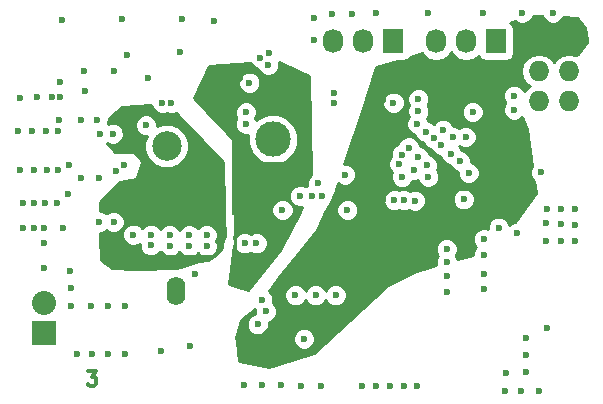
<source format=gbr>
G04 #@! TF.FileFunction,Copper,L3,Inr,Signal*
%FSLAX46Y46*%
G04 Gerber Fmt 4.6, Leading zero omitted, Abs format (unit mm)*
G04 Created by KiCad (PCBNEW 4.0.4-stable) date 05/31/17 00:38:46*
%MOMM*%
%LPD*%
G01*
G04 APERTURE LIST*
%ADD10C,0.100000*%
%ADD11C,0.300000*%
%ADD12C,3.000000*%
%ADD13C,2.500000*%
%ADD14R,2.032000X2.032000*%
%ADD15O,2.032000X2.032000*%
%ADD16R,1.727200X2.032000*%
%ADD17O,1.727200X2.032000*%
%ADD18R,1.727200X1.727200*%
%ADD19O,1.727200X1.727200*%
%ADD20O,1.600000X2.400000*%
%ADD21C,0.600000*%
%ADD22C,0.250000*%
%ADD23C,0.500000*%
%ADD24C,0.254000*%
G04 APERTURE END LIST*
D10*
D11*
X69610001Y-70152857D02*
X70352858Y-70152857D01*
X69952858Y-70610000D01*
X70124286Y-70610000D01*
X70238572Y-70667143D01*
X70295715Y-70724286D01*
X70352858Y-70838571D01*
X70352858Y-71124286D01*
X70295715Y-71238571D01*
X70238572Y-71295714D01*
X70124286Y-71352857D01*
X69781429Y-71352857D01*
X69667143Y-71295714D01*
X69610001Y-71238571D01*
D12*
X85300000Y-50520000D03*
D13*
X76290000Y-51075000D03*
D14*
X65900000Y-66900000D03*
D15*
X65900000Y-64360000D03*
D16*
X104180000Y-42200000D03*
D17*
X101640000Y-42200000D03*
X99100000Y-42200000D03*
D16*
X95480000Y-42200000D03*
D17*
X92940000Y-42200000D03*
X90400000Y-42200000D03*
D18*
X107800000Y-42200000D03*
D19*
X110340000Y-42200000D03*
X107800000Y-44740000D03*
X110340000Y-44740000D03*
X107800000Y-47280000D03*
X110340000Y-47280000D03*
D20*
X77090000Y-63360000D03*
D21*
X74950000Y-59490000D03*
X76570000Y-59550000D03*
X78210000Y-59570000D03*
X79670000Y-59560000D03*
X79670000Y-58610000D03*
X78190000Y-58620000D03*
X76550000Y-58620000D03*
X74950000Y-58580000D03*
X73470000Y-58580000D03*
X98440000Y-53680000D03*
X96220000Y-53710000D03*
X89430000Y-55290000D03*
X88560000Y-55300000D03*
X87560000Y-55300000D03*
X74550000Y-49320000D03*
X103170000Y-63220000D03*
X103170000Y-61870000D03*
X103150000Y-60330000D03*
X103150000Y-58960000D03*
X72800000Y-64650000D03*
X71310000Y-64650000D03*
X69930000Y-64650000D03*
X72800000Y-68660000D03*
X71360000Y-68660000D03*
X70010000Y-68680000D03*
X68680000Y-68650000D03*
X68180000Y-64630000D03*
X68180000Y-63130000D03*
X68110000Y-61680000D03*
X89320000Y-71360000D03*
X87690000Y-71380000D03*
X86000000Y-71330000D03*
X84400000Y-71320000D03*
X82860000Y-71310000D03*
X71750000Y-50020000D03*
X70660000Y-50020000D03*
X67130000Y-49840000D03*
X67270000Y-45670000D03*
X101600000Y-50300000D03*
X99700000Y-49700000D03*
X100500000Y-50300000D03*
X84200000Y-43600000D03*
X84900000Y-44200000D03*
X84970000Y-43210000D03*
X90500000Y-47470000D03*
X80340000Y-40480000D03*
X71800000Y-44700000D03*
X105700000Y-48000000D03*
X105700000Y-46800000D03*
X109000000Y-39800000D03*
X106400000Y-39800000D03*
X98400000Y-39800000D03*
X103046000Y-39800000D03*
X88800000Y-42100000D03*
X90500000Y-46600000D03*
X94000000Y-39800000D03*
X92000000Y-39900000D03*
X90300000Y-39900000D03*
X88800000Y-40200000D03*
X69400000Y-46400000D03*
X77600000Y-40300000D03*
X67400000Y-40400000D03*
X72500000Y-40300000D03*
X69300000Y-44700000D03*
X109700000Y-57700000D03*
X108425000Y-57600000D03*
X108400000Y-59100000D03*
X109700000Y-59100000D03*
X110900000Y-59100000D03*
X110900000Y-57800000D03*
X110900000Y-56400000D03*
X109700000Y-56400000D03*
X108500000Y-56400000D03*
X100000000Y-63400000D03*
X100000000Y-62100000D03*
X100000000Y-60900000D03*
X100000000Y-59800000D03*
X108500000Y-66500000D03*
X106700000Y-67300000D03*
X106700000Y-68800000D03*
X106700000Y-70200000D03*
X107800000Y-71800000D03*
X106300000Y-71800000D03*
X104900000Y-71800000D03*
X97500000Y-71400000D03*
X96400000Y-71400000D03*
X95200000Y-71400000D03*
X94000000Y-71400000D03*
X92800000Y-71400000D03*
X82900000Y-59300000D03*
X83900000Y-59300000D03*
X78725000Y-61900000D03*
X88900000Y-63700000D03*
X90600000Y-63700000D03*
X87200000Y-63700000D03*
X78300000Y-68000000D03*
X71800000Y-57500000D03*
X70600000Y-57500000D03*
X67200000Y-48900000D03*
X97240000Y-53080000D03*
X98300000Y-52700000D03*
X97600000Y-52000000D03*
X96800000Y-51200000D03*
X96200000Y-51800000D03*
X99540000Y-50990000D03*
X98890000Y-50410000D03*
X98230000Y-49870000D03*
X97600000Y-47100000D03*
X97600000Y-48100000D03*
X97530000Y-49190000D03*
X68000000Y-52710000D03*
X72700000Y-52700000D03*
X67120000Y-53120000D03*
X66200000Y-53120000D03*
X63910000Y-53090000D03*
X65060000Y-53120000D03*
X66100000Y-49780000D03*
X64930000Y-49780000D03*
X63700000Y-49790000D03*
X96000000Y-52600000D03*
X74700000Y-45325000D03*
X65100000Y-58000000D03*
X64100000Y-58000000D03*
X65900000Y-58000000D03*
X67500000Y-58000000D03*
X65900000Y-59300000D03*
X65900000Y-61400000D03*
X67300000Y-46950000D03*
X66550000Y-46950000D03*
X65300000Y-46950000D03*
X63880000Y-47000000D03*
X72000000Y-53200000D03*
X70600000Y-53800000D03*
X69000000Y-53800000D03*
X67900000Y-55100000D03*
X64100000Y-55900000D03*
X67000000Y-55900000D03*
X66000000Y-55900000D03*
X65100000Y-55900000D03*
X70400000Y-48900000D03*
X69000000Y-48900000D03*
X101440000Y-55580000D03*
X108000000Y-53300000D03*
X102200000Y-48200000D03*
X95500000Y-47400000D03*
X80700000Y-55600000D03*
X80990000Y-58630000D03*
X71300000Y-59200000D03*
X89100000Y-54199999D03*
X72800000Y-49700000D03*
X78000000Y-54300000D03*
X74200000Y-55600000D03*
X74200000Y-48200000D03*
X82050000Y-62600000D03*
X86050000Y-48180000D03*
X84550000Y-48160000D03*
X82500000Y-45300000D03*
X85700000Y-53000000D03*
X84200000Y-52700000D03*
X88100000Y-52700000D03*
X80000000Y-47900000D03*
X83100000Y-52700000D03*
X82050000Y-56700000D03*
X84300000Y-67390000D03*
X88040000Y-64810000D03*
X101500000Y-58700000D03*
X103400000Y-46700000D03*
X94645863Y-55654137D03*
X94645863Y-47202849D03*
X92800000Y-56300000D03*
X91400000Y-59700000D03*
X102800000Y-54200000D03*
X75800000Y-68400000D03*
X105000000Y-70300000D03*
X95566000Y-55664000D03*
X76700000Y-47400000D03*
X83300000Y-45700000D03*
X105990000Y-58400000D03*
X104400000Y-58000000D03*
X91400000Y-53500000D03*
X96366003Y-55664000D03*
X75900000Y-47400000D03*
X91600000Y-56500000D03*
X86100000Y-56500000D03*
X101867722Y-53352199D03*
X87930000Y-67400000D03*
X101130000Y-52350000D03*
X83990000Y-66180000D03*
X100360000Y-51710000D03*
X84680000Y-65070000D03*
X83000000Y-48200000D03*
X77400000Y-43100000D03*
X72900000Y-43400000D03*
X83000000Y-49200000D03*
X84380000Y-64090000D03*
X97330000Y-55690000D03*
D22*
X80990000Y-57440000D02*
X80700000Y-57150000D01*
X80700000Y-57150000D02*
X80700000Y-55600000D01*
X80990000Y-58630000D02*
X80990000Y-57440000D01*
X78580000Y-52380000D02*
X78580000Y-50280000D01*
X78580000Y-50280000D02*
X77020000Y-48720000D01*
X78000000Y-52960000D02*
X78580000Y-52380000D01*
X78000000Y-54300000D02*
X78000000Y-52960000D01*
X80700000Y-55600000D02*
X74200000Y-55600000D01*
X80700000Y-55600000D02*
X79300000Y-55600000D01*
X79300000Y-55600000D02*
X78000000Y-54300000D01*
X71300000Y-59200000D02*
X72500000Y-60400000D01*
X80990000Y-59680000D02*
X80990000Y-58630000D01*
X72500000Y-60400000D02*
X80270000Y-60400000D01*
X80270000Y-60400000D02*
X80990000Y-59680000D01*
X75360000Y-48499999D02*
X76289999Y-48499999D01*
X74634264Y-48210000D02*
X75070001Y-48210000D01*
X75070001Y-48210000D02*
X75360000Y-48499999D01*
X74200000Y-48200000D02*
X74624264Y-48200000D01*
X74624264Y-48200000D02*
X74634264Y-48210000D01*
X76289999Y-48499999D02*
X76510000Y-48720000D01*
X76510000Y-48720000D02*
X77020000Y-48720000D01*
X74200000Y-55600000D02*
X74624264Y-55600000D01*
X74200000Y-48200000D02*
X74200000Y-48300000D01*
X74200000Y-48300000D02*
X72800000Y-49700000D01*
X82050000Y-62600000D02*
X82050000Y-62175736D01*
X82050000Y-62175736D02*
X82050000Y-56700000D01*
X80940000Y-46860000D02*
X83250000Y-46860000D01*
X83250000Y-46860000D02*
X83839999Y-47449999D01*
D23*
X80000000Y-47800000D02*
X80430000Y-47370000D01*
X80430000Y-47370000D02*
X80940000Y-46860000D01*
X84550000Y-48160000D02*
X83839999Y-47449999D01*
X86050000Y-48180000D02*
X84570000Y-48180000D01*
X84570000Y-48180000D02*
X84550000Y-48160000D01*
X80940000Y-46860000D02*
X82500000Y-45300000D01*
X80000000Y-47900000D02*
X80000000Y-47800000D01*
X82050000Y-51200000D02*
X82050000Y-49950000D01*
X82050000Y-49950000D02*
X80000000Y-47900000D01*
X82050000Y-56700000D02*
X82050000Y-51260002D01*
X88100000Y-52700000D02*
X84200000Y-52700000D01*
X83100000Y-52700000D02*
X85400000Y-52700000D01*
X85400000Y-52700000D02*
X85700000Y-53000000D01*
X82050000Y-56700000D02*
X82050000Y-53750000D01*
X82050000Y-53750000D02*
X83100000Y-52700000D01*
X94645863Y-54670000D02*
X94645863Y-51500000D01*
X94645863Y-55654137D02*
X94645863Y-54670000D01*
D22*
X94645863Y-54670000D02*
X102330000Y-54670000D01*
X102330000Y-54670000D02*
X102800000Y-54200000D01*
X93550000Y-48270000D02*
X93550000Y-50404137D01*
X93550000Y-50404137D02*
X94645863Y-51500000D01*
X94317152Y-47502848D02*
X93550000Y-48270000D01*
X94645863Y-47202849D02*
X94345864Y-47502848D01*
X94345864Y-47502848D02*
X94317152Y-47502848D01*
X92600000Y-63800000D02*
X92600000Y-60900000D01*
X92600000Y-60900000D02*
X91400000Y-59700000D01*
X91590000Y-64810000D02*
X92600000Y-63800000D01*
X88040000Y-64810000D02*
X91590000Y-64810000D01*
D23*
X92800000Y-56300000D02*
X94000000Y-56300000D01*
X94000000Y-56300000D02*
X94645863Y-55654137D01*
X91400000Y-59700000D02*
X92800000Y-58300000D01*
X92800000Y-58300000D02*
X92800000Y-56300000D01*
X88040000Y-64810000D02*
X86880000Y-64810000D01*
X86880000Y-64810000D02*
X84300000Y-67390000D01*
D22*
X108913600Y-42200000D02*
X109270000Y-42200000D01*
X109270000Y-42200000D02*
X110340000Y-42200000D01*
X107800000Y-42200000D02*
X109270000Y-42200000D01*
X102800000Y-54200000D02*
X102800000Y-57400000D01*
X102800000Y-57400000D02*
X101500000Y-58700000D01*
X103400000Y-46700000D02*
X107800000Y-42300000D01*
X103400000Y-53600000D02*
X103400000Y-46700000D01*
X102800000Y-54200000D02*
X103400000Y-53600000D01*
D24*
G36*
X108107029Y-40087277D02*
X108206883Y-40328943D01*
X108469673Y-40592192D01*
X108813201Y-40734838D01*
X109185167Y-40735162D01*
X109528943Y-40593117D01*
X109792192Y-40330327D01*
X109857154Y-40173881D01*
X111001438Y-40230505D01*
X111162126Y-40337874D01*
X111671857Y-41100740D01*
X111879243Y-42138609D01*
X111890000Y-42164515D01*
X111890000Y-42294705D01*
X111118735Y-43297350D01*
X110961877Y-43368189D01*
X110942848Y-43355474D01*
X110369359Y-43241400D01*
X110310641Y-43241400D01*
X109737152Y-43355474D01*
X109250971Y-43680330D01*
X109070000Y-43951172D01*
X108889029Y-43680330D01*
X108402848Y-43355474D01*
X107829359Y-43241400D01*
X107770641Y-43241400D01*
X107197152Y-43355474D01*
X106710971Y-43680330D01*
X106386115Y-44166511D01*
X106272041Y-44740000D01*
X106386115Y-45313489D01*
X106710971Y-45799670D01*
X107025752Y-46010000D01*
X106710971Y-46220330D01*
X106563408Y-46441174D01*
X106493117Y-46271057D01*
X106230327Y-46007808D01*
X105886799Y-45865162D01*
X105514833Y-45864838D01*
X105171057Y-46006883D01*
X104907808Y-46269673D01*
X104765162Y-46613201D01*
X104764838Y-46985167D01*
X104906883Y-47328943D01*
X104977710Y-47399893D01*
X104907808Y-47469673D01*
X104765162Y-47813201D01*
X104764838Y-48185167D01*
X104906883Y-48528943D01*
X105169673Y-48792192D01*
X105513201Y-48934838D01*
X105885167Y-48935162D01*
X106228943Y-48793117D01*
X106391267Y-48631076D01*
X106776432Y-49632505D01*
X107237447Y-52740086D01*
X107207808Y-52769673D01*
X107065162Y-53113201D01*
X107064838Y-53485167D01*
X107206883Y-53828943D01*
X107432511Y-54054965D01*
X107576663Y-55026655D01*
X105756334Y-57484877D01*
X105461057Y-57606883D01*
X105311094Y-57756584D01*
X105193117Y-57471057D01*
X104930327Y-57207808D01*
X104586799Y-57065162D01*
X104214833Y-57064838D01*
X103871057Y-57206883D01*
X103607808Y-57469673D01*
X103465162Y-57813201D01*
X103464931Y-58078367D01*
X103336799Y-58025162D01*
X102964833Y-58024838D01*
X102621057Y-58166883D01*
X102357808Y-58429673D01*
X102215162Y-58773201D01*
X102214838Y-59145167D01*
X102356883Y-59488943D01*
X102512709Y-59645042D01*
X102357808Y-59799673D01*
X102215162Y-60143201D01*
X102215060Y-60259982D01*
X100908387Y-60650033D01*
X100793117Y-60371057D01*
X100772290Y-60350194D01*
X100792192Y-60330327D01*
X100934838Y-59986799D01*
X100935162Y-59614833D01*
X100793117Y-59271057D01*
X100530327Y-59007808D01*
X100186799Y-58865162D01*
X99814833Y-58864838D01*
X99471057Y-59006883D01*
X99207808Y-59269673D01*
X99065162Y-59613201D01*
X99064838Y-59985167D01*
X99206883Y-60328943D01*
X99227710Y-60349806D01*
X99207808Y-60369673D01*
X99065162Y-60713201D01*
X99064838Y-61085167D01*
X99107204Y-61187700D01*
X97463673Y-61678306D01*
X97446683Y-61684734D01*
X95176683Y-62734734D01*
X95144534Y-62756061D01*
X88735163Y-68587293D01*
X84992030Y-69769335D01*
X82377857Y-69282755D01*
X82224993Y-67585167D01*
X86994838Y-67585167D01*
X87136883Y-67928943D01*
X87399673Y-68192192D01*
X87743201Y-68334838D01*
X88115167Y-68335162D01*
X88458943Y-68193117D01*
X88722192Y-67930327D01*
X88864838Y-67586799D01*
X88865162Y-67214833D01*
X88723117Y-66871057D01*
X88460327Y-66607808D01*
X88116799Y-66465162D01*
X87744833Y-66464838D01*
X87401057Y-66606883D01*
X87137808Y-66869673D01*
X86995162Y-67213201D01*
X86994838Y-67585167D01*
X82224993Y-67585167D01*
X82198534Y-67291335D01*
X82611317Y-65774598D01*
X83745145Y-64902423D01*
X83744838Y-65255167D01*
X83749942Y-65267519D01*
X83461057Y-65386883D01*
X83197808Y-65649673D01*
X83055162Y-65993201D01*
X83054838Y-66365167D01*
X83196883Y-66708943D01*
X83459673Y-66972192D01*
X83803201Y-67114838D01*
X84175167Y-67115162D01*
X84518943Y-66973117D01*
X84782192Y-66710327D01*
X84924838Y-66366799D01*
X84925162Y-65994833D01*
X84920058Y-65982481D01*
X85208943Y-65863117D01*
X85472192Y-65600327D01*
X85614838Y-65256799D01*
X85615162Y-64884833D01*
X85473117Y-64541057D01*
X85283840Y-64351450D01*
X85314838Y-64276799D01*
X85315162Y-63904833D01*
X85307037Y-63885167D01*
X86264838Y-63885167D01*
X86406883Y-64228943D01*
X86669673Y-64492192D01*
X87013201Y-64634838D01*
X87385167Y-64635162D01*
X87728943Y-64493117D01*
X87992192Y-64230327D01*
X88049966Y-64091193D01*
X88106883Y-64228943D01*
X88369673Y-64492192D01*
X88713201Y-64634838D01*
X89085167Y-64635162D01*
X89428943Y-64493117D01*
X89692192Y-64230327D01*
X89749966Y-64091193D01*
X89806883Y-64228943D01*
X90069673Y-64492192D01*
X90413201Y-64634838D01*
X90785167Y-64635162D01*
X91128943Y-64493117D01*
X91392192Y-64230327D01*
X91534838Y-63886799D01*
X91535162Y-63514833D01*
X91393117Y-63171057D01*
X91130327Y-62907808D01*
X90786799Y-62765162D01*
X90414833Y-62764838D01*
X90071057Y-62906883D01*
X89807808Y-63169673D01*
X89750034Y-63308807D01*
X89693117Y-63171057D01*
X89430327Y-62907808D01*
X89086799Y-62765162D01*
X88714833Y-62764838D01*
X88371057Y-62906883D01*
X88107808Y-63169673D01*
X88050034Y-63308807D01*
X87993117Y-63171057D01*
X87730327Y-62907808D01*
X87386799Y-62765162D01*
X87014833Y-62764838D01*
X86671057Y-62906883D01*
X86407808Y-63169673D01*
X86265162Y-63513201D01*
X86264838Y-63885167D01*
X85307037Y-63885167D01*
X85173117Y-63561057D01*
X84951693Y-63339247D01*
X85801147Y-62176836D01*
X87299209Y-60279291D01*
X88998710Y-58179908D01*
X89014172Y-58155622D01*
X89730547Y-56685167D01*
X90664838Y-56685167D01*
X90806883Y-57028943D01*
X91069673Y-57292192D01*
X91413201Y-57434838D01*
X91785167Y-57435162D01*
X92128943Y-57293117D01*
X92392192Y-57030327D01*
X92534838Y-56686799D01*
X92535162Y-56314833D01*
X92393117Y-55971057D01*
X92271440Y-55849167D01*
X94630838Y-55849167D01*
X94772883Y-56192943D01*
X95035673Y-56456192D01*
X95379201Y-56598838D01*
X95751167Y-56599162D01*
X95966106Y-56510351D01*
X96179204Y-56598838D01*
X96551170Y-56599162D01*
X96816924Y-56489355D01*
X97143201Y-56624838D01*
X97515167Y-56625162D01*
X97858943Y-56483117D01*
X98122192Y-56220327D01*
X98264838Y-55876799D01*
X98264935Y-55765167D01*
X100504838Y-55765167D01*
X100646883Y-56108943D01*
X100909673Y-56372192D01*
X101253201Y-56514838D01*
X101625167Y-56515162D01*
X101968943Y-56373117D01*
X102232192Y-56110327D01*
X102374838Y-55766799D01*
X102375162Y-55394833D01*
X102233117Y-55051057D01*
X101970327Y-54787808D01*
X101626799Y-54645162D01*
X101254833Y-54644838D01*
X100911057Y-54786883D01*
X100647808Y-55049673D01*
X100505162Y-55393201D01*
X100504838Y-55765167D01*
X98264935Y-55765167D01*
X98265162Y-55504833D01*
X98123117Y-55161057D01*
X97860327Y-54897808D01*
X97516799Y-54755162D01*
X97144833Y-54754838D01*
X96879079Y-54864645D01*
X96552802Y-54729162D01*
X96180836Y-54728838D01*
X95965897Y-54817649D01*
X95752799Y-54729162D01*
X95380833Y-54728838D01*
X95037057Y-54870883D01*
X94773808Y-55133673D01*
X94631162Y-55477201D01*
X94630838Y-55849167D01*
X92271440Y-55849167D01*
X92130327Y-55707808D01*
X91786799Y-55565162D01*
X91414833Y-55564838D01*
X91071057Y-55706883D01*
X90807808Y-55969673D01*
X90665162Y-56313201D01*
X90664838Y-56685167D01*
X89730547Y-56685167D01*
X90085310Y-55956970D01*
X90222192Y-55820327D01*
X90364838Y-55476799D01*
X90364920Y-55383035D01*
X90534172Y-55035622D01*
X90540751Y-55019346D01*
X90800325Y-54222723D01*
X90869673Y-54292192D01*
X91213201Y-54434838D01*
X91585167Y-54435162D01*
X91928943Y-54293117D01*
X92192192Y-54030327D01*
X92334838Y-53686799D01*
X92335162Y-53314833D01*
X92193117Y-52971057D01*
X92007552Y-52785167D01*
X95064838Y-52785167D01*
X95206883Y-53128943D01*
X95377784Y-53300143D01*
X95285162Y-53523201D01*
X95284838Y-53895167D01*
X95426883Y-54238943D01*
X95689673Y-54502192D01*
X96033201Y-54644838D01*
X96405167Y-54645162D01*
X96748943Y-54503117D01*
X97012192Y-54240327D01*
X97105805Y-54014884D01*
X97425167Y-54015162D01*
X97546158Y-53965170D01*
X97646883Y-54208943D01*
X97909673Y-54472192D01*
X98253201Y-54614838D01*
X98625167Y-54615162D01*
X98968943Y-54473117D01*
X99232192Y-54210327D01*
X99374838Y-53866799D01*
X99375162Y-53494833D01*
X99233117Y-53151057D01*
X99156837Y-53074644D01*
X99234838Y-52886799D01*
X99235162Y-52514833D01*
X99093117Y-52171057D01*
X98830327Y-51907808D01*
X98520404Y-51779116D01*
X98393117Y-51471057D01*
X98130327Y-51207808D01*
X97786799Y-51065162D01*
X97735118Y-51065117D01*
X97735162Y-51014833D01*
X97593117Y-50671057D01*
X97330327Y-50407808D01*
X96986799Y-50265162D01*
X96614833Y-50264838D01*
X96271057Y-50406883D01*
X96007808Y-50669673D01*
X95908529Y-50908762D01*
X95671057Y-51006883D01*
X95407808Y-51269673D01*
X95265162Y-51613201D01*
X95264838Y-51985167D01*
X95272905Y-52004690D01*
X95207808Y-52069673D01*
X95065162Y-52413201D01*
X95064838Y-52785167D01*
X92007552Y-52785167D01*
X91930327Y-52707808D01*
X91586799Y-52565162D01*
X91340499Y-52564947D01*
X92379865Y-49375167D01*
X96594838Y-49375167D01*
X96736883Y-49718943D01*
X96999673Y-49982192D01*
X97319571Y-50115026D01*
X97436883Y-50398943D01*
X97699673Y-50662192D01*
X98041114Y-50803971D01*
X98096883Y-50938943D01*
X98359673Y-51202192D01*
X98669092Y-51330675D01*
X98746883Y-51518943D01*
X99009673Y-51782192D01*
X99353201Y-51924838D01*
X99437128Y-51924911D01*
X99566883Y-52238943D01*
X99829673Y-52502192D01*
X100173201Y-52644838D01*
X100240177Y-52644896D01*
X100336883Y-52878943D01*
X100599673Y-53142192D01*
X100932784Y-53280512D01*
X100932560Y-53537366D01*
X101074605Y-53881142D01*
X101337395Y-54144391D01*
X101680923Y-54287037D01*
X102052889Y-54287361D01*
X102396665Y-54145316D01*
X102659914Y-53882526D01*
X102802560Y-53538998D01*
X102802884Y-53167032D01*
X102660839Y-52823256D01*
X102398049Y-52560007D01*
X102064938Y-52421687D01*
X102065162Y-52164833D01*
X101923117Y-51821057D01*
X101660327Y-51557808D01*
X101316799Y-51415162D01*
X101249823Y-51415104D01*
X101153117Y-51181057D01*
X101047168Y-51074923D01*
X101049806Y-51072290D01*
X101069673Y-51092192D01*
X101413201Y-51234838D01*
X101785167Y-51235162D01*
X102128943Y-51093117D01*
X102392192Y-50830327D01*
X102534838Y-50486799D01*
X102535162Y-50114833D01*
X102393117Y-49771057D01*
X102130327Y-49507808D01*
X101786799Y-49365162D01*
X101414833Y-49364838D01*
X101071057Y-49506883D01*
X101050194Y-49527710D01*
X101030327Y-49507808D01*
X100686799Y-49365162D01*
X100573278Y-49365063D01*
X100493117Y-49171057D01*
X100230327Y-48907808D01*
X99886799Y-48765162D01*
X99514833Y-48764838D01*
X99171057Y-48906883D01*
X98907808Y-49169673D01*
X98891423Y-49209133D01*
X98760327Y-49077808D01*
X98440429Y-48944974D01*
X98334299Y-48688119D01*
X98392192Y-48630327D01*
X98493991Y-48385167D01*
X101264838Y-48385167D01*
X101406883Y-48728943D01*
X101669673Y-48992192D01*
X102013201Y-49134838D01*
X102385167Y-49135162D01*
X102728943Y-48993117D01*
X102992192Y-48730327D01*
X103134838Y-48386799D01*
X103135162Y-48014833D01*
X102993117Y-47671057D01*
X102730327Y-47407808D01*
X102386799Y-47265162D01*
X102014833Y-47264838D01*
X101671057Y-47406883D01*
X101407808Y-47669673D01*
X101265162Y-48013201D01*
X101264838Y-48385167D01*
X98493991Y-48385167D01*
X98534838Y-48286799D01*
X98535162Y-47914833D01*
X98404931Y-47599649D01*
X98534838Y-47286799D01*
X98535162Y-46914833D01*
X98393117Y-46571057D01*
X98130327Y-46307808D01*
X97786799Y-46165162D01*
X97414833Y-46164838D01*
X97071057Y-46306883D01*
X96807808Y-46569673D01*
X96665162Y-46913201D01*
X96664838Y-47285167D01*
X96795069Y-47600351D01*
X96665162Y-47913201D01*
X96664838Y-48285167D01*
X96795701Y-48601881D01*
X96737808Y-48659673D01*
X96595162Y-49003201D01*
X96594838Y-49375167D01*
X92379865Y-49375167D01*
X92963124Y-47585167D01*
X94564838Y-47585167D01*
X94706883Y-47928943D01*
X94969673Y-48192192D01*
X95313201Y-48334838D01*
X95685167Y-48335162D01*
X96028943Y-48193117D01*
X96292192Y-47930327D01*
X96434838Y-47586799D01*
X96435162Y-47214833D01*
X96293117Y-46871057D01*
X96030327Y-46607808D01*
X95686799Y-46465162D01*
X95314833Y-46464838D01*
X94971057Y-46606883D01*
X94707808Y-46869673D01*
X94565162Y-47213201D01*
X94564838Y-47585167D01*
X92963124Y-47585167D01*
X94000228Y-44402331D01*
X95778568Y-43863440D01*
X96343600Y-43863440D01*
X96578917Y-43819162D01*
X96795041Y-43680090D01*
X96902469Y-43522864D01*
X97892324Y-43222908D01*
X98040330Y-43444415D01*
X98526511Y-43769271D01*
X99100000Y-43883345D01*
X99673489Y-43769271D01*
X100159670Y-43444415D01*
X100370000Y-43129634D01*
X100580330Y-43444415D01*
X101066511Y-43769271D01*
X101640000Y-43883345D01*
X102213489Y-43769271D01*
X102699670Y-43444415D01*
X102709243Y-43430087D01*
X102713238Y-43451317D01*
X102852310Y-43667441D01*
X103064510Y-43812431D01*
X103316400Y-43863440D01*
X105043600Y-43863440D01*
X105278917Y-43819162D01*
X105495041Y-43680090D01*
X105640031Y-43467890D01*
X105691040Y-43216000D01*
X105691040Y-41184000D01*
X105646762Y-40948683D01*
X105507690Y-40732559D01*
X105401459Y-40659975D01*
X105761825Y-40484156D01*
X105869673Y-40592192D01*
X106213201Y-40734838D01*
X106585167Y-40735162D01*
X106928943Y-40593117D01*
X107192192Y-40330327D01*
X107309503Y-40047812D01*
X108107029Y-40087277D01*
X108107029Y-40087277D01*
G37*
X108107029Y-40087277D02*
X108206883Y-40328943D01*
X108469673Y-40592192D01*
X108813201Y-40734838D01*
X109185167Y-40735162D01*
X109528943Y-40593117D01*
X109792192Y-40330327D01*
X109857154Y-40173881D01*
X111001438Y-40230505D01*
X111162126Y-40337874D01*
X111671857Y-41100740D01*
X111879243Y-42138609D01*
X111890000Y-42164515D01*
X111890000Y-42294705D01*
X111118735Y-43297350D01*
X110961877Y-43368189D01*
X110942848Y-43355474D01*
X110369359Y-43241400D01*
X110310641Y-43241400D01*
X109737152Y-43355474D01*
X109250971Y-43680330D01*
X109070000Y-43951172D01*
X108889029Y-43680330D01*
X108402848Y-43355474D01*
X107829359Y-43241400D01*
X107770641Y-43241400D01*
X107197152Y-43355474D01*
X106710971Y-43680330D01*
X106386115Y-44166511D01*
X106272041Y-44740000D01*
X106386115Y-45313489D01*
X106710971Y-45799670D01*
X107025752Y-46010000D01*
X106710971Y-46220330D01*
X106563408Y-46441174D01*
X106493117Y-46271057D01*
X106230327Y-46007808D01*
X105886799Y-45865162D01*
X105514833Y-45864838D01*
X105171057Y-46006883D01*
X104907808Y-46269673D01*
X104765162Y-46613201D01*
X104764838Y-46985167D01*
X104906883Y-47328943D01*
X104977710Y-47399893D01*
X104907808Y-47469673D01*
X104765162Y-47813201D01*
X104764838Y-48185167D01*
X104906883Y-48528943D01*
X105169673Y-48792192D01*
X105513201Y-48934838D01*
X105885167Y-48935162D01*
X106228943Y-48793117D01*
X106391267Y-48631076D01*
X106776432Y-49632505D01*
X107237447Y-52740086D01*
X107207808Y-52769673D01*
X107065162Y-53113201D01*
X107064838Y-53485167D01*
X107206883Y-53828943D01*
X107432511Y-54054965D01*
X107576663Y-55026655D01*
X105756334Y-57484877D01*
X105461057Y-57606883D01*
X105311094Y-57756584D01*
X105193117Y-57471057D01*
X104930327Y-57207808D01*
X104586799Y-57065162D01*
X104214833Y-57064838D01*
X103871057Y-57206883D01*
X103607808Y-57469673D01*
X103465162Y-57813201D01*
X103464931Y-58078367D01*
X103336799Y-58025162D01*
X102964833Y-58024838D01*
X102621057Y-58166883D01*
X102357808Y-58429673D01*
X102215162Y-58773201D01*
X102214838Y-59145167D01*
X102356883Y-59488943D01*
X102512709Y-59645042D01*
X102357808Y-59799673D01*
X102215162Y-60143201D01*
X102215060Y-60259982D01*
X100908387Y-60650033D01*
X100793117Y-60371057D01*
X100772290Y-60350194D01*
X100792192Y-60330327D01*
X100934838Y-59986799D01*
X100935162Y-59614833D01*
X100793117Y-59271057D01*
X100530327Y-59007808D01*
X100186799Y-58865162D01*
X99814833Y-58864838D01*
X99471057Y-59006883D01*
X99207808Y-59269673D01*
X99065162Y-59613201D01*
X99064838Y-59985167D01*
X99206883Y-60328943D01*
X99227710Y-60349806D01*
X99207808Y-60369673D01*
X99065162Y-60713201D01*
X99064838Y-61085167D01*
X99107204Y-61187700D01*
X97463673Y-61678306D01*
X97446683Y-61684734D01*
X95176683Y-62734734D01*
X95144534Y-62756061D01*
X88735163Y-68587293D01*
X84992030Y-69769335D01*
X82377857Y-69282755D01*
X82224993Y-67585167D01*
X86994838Y-67585167D01*
X87136883Y-67928943D01*
X87399673Y-68192192D01*
X87743201Y-68334838D01*
X88115167Y-68335162D01*
X88458943Y-68193117D01*
X88722192Y-67930327D01*
X88864838Y-67586799D01*
X88865162Y-67214833D01*
X88723117Y-66871057D01*
X88460327Y-66607808D01*
X88116799Y-66465162D01*
X87744833Y-66464838D01*
X87401057Y-66606883D01*
X87137808Y-66869673D01*
X86995162Y-67213201D01*
X86994838Y-67585167D01*
X82224993Y-67585167D01*
X82198534Y-67291335D01*
X82611317Y-65774598D01*
X83745145Y-64902423D01*
X83744838Y-65255167D01*
X83749942Y-65267519D01*
X83461057Y-65386883D01*
X83197808Y-65649673D01*
X83055162Y-65993201D01*
X83054838Y-66365167D01*
X83196883Y-66708943D01*
X83459673Y-66972192D01*
X83803201Y-67114838D01*
X84175167Y-67115162D01*
X84518943Y-66973117D01*
X84782192Y-66710327D01*
X84924838Y-66366799D01*
X84925162Y-65994833D01*
X84920058Y-65982481D01*
X85208943Y-65863117D01*
X85472192Y-65600327D01*
X85614838Y-65256799D01*
X85615162Y-64884833D01*
X85473117Y-64541057D01*
X85283840Y-64351450D01*
X85314838Y-64276799D01*
X85315162Y-63904833D01*
X85307037Y-63885167D01*
X86264838Y-63885167D01*
X86406883Y-64228943D01*
X86669673Y-64492192D01*
X87013201Y-64634838D01*
X87385167Y-64635162D01*
X87728943Y-64493117D01*
X87992192Y-64230327D01*
X88049966Y-64091193D01*
X88106883Y-64228943D01*
X88369673Y-64492192D01*
X88713201Y-64634838D01*
X89085167Y-64635162D01*
X89428943Y-64493117D01*
X89692192Y-64230327D01*
X89749966Y-64091193D01*
X89806883Y-64228943D01*
X90069673Y-64492192D01*
X90413201Y-64634838D01*
X90785167Y-64635162D01*
X91128943Y-64493117D01*
X91392192Y-64230327D01*
X91534838Y-63886799D01*
X91535162Y-63514833D01*
X91393117Y-63171057D01*
X91130327Y-62907808D01*
X90786799Y-62765162D01*
X90414833Y-62764838D01*
X90071057Y-62906883D01*
X89807808Y-63169673D01*
X89750034Y-63308807D01*
X89693117Y-63171057D01*
X89430327Y-62907808D01*
X89086799Y-62765162D01*
X88714833Y-62764838D01*
X88371057Y-62906883D01*
X88107808Y-63169673D01*
X88050034Y-63308807D01*
X87993117Y-63171057D01*
X87730327Y-62907808D01*
X87386799Y-62765162D01*
X87014833Y-62764838D01*
X86671057Y-62906883D01*
X86407808Y-63169673D01*
X86265162Y-63513201D01*
X86264838Y-63885167D01*
X85307037Y-63885167D01*
X85173117Y-63561057D01*
X84951693Y-63339247D01*
X85801147Y-62176836D01*
X87299209Y-60279291D01*
X88998710Y-58179908D01*
X89014172Y-58155622D01*
X89730547Y-56685167D01*
X90664838Y-56685167D01*
X90806883Y-57028943D01*
X91069673Y-57292192D01*
X91413201Y-57434838D01*
X91785167Y-57435162D01*
X92128943Y-57293117D01*
X92392192Y-57030327D01*
X92534838Y-56686799D01*
X92535162Y-56314833D01*
X92393117Y-55971057D01*
X92271440Y-55849167D01*
X94630838Y-55849167D01*
X94772883Y-56192943D01*
X95035673Y-56456192D01*
X95379201Y-56598838D01*
X95751167Y-56599162D01*
X95966106Y-56510351D01*
X96179204Y-56598838D01*
X96551170Y-56599162D01*
X96816924Y-56489355D01*
X97143201Y-56624838D01*
X97515167Y-56625162D01*
X97858943Y-56483117D01*
X98122192Y-56220327D01*
X98264838Y-55876799D01*
X98264935Y-55765167D01*
X100504838Y-55765167D01*
X100646883Y-56108943D01*
X100909673Y-56372192D01*
X101253201Y-56514838D01*
X101625167Y-56515162D01*
X101968943Y-56373117D01*
X102232192Y-56110327D01*
X102374838Y-55766799D01*
X102375162Y-55394833D01*
X102233117Y-55051057D01*
X101970327Y-54787808D01*
X101626799Y-54645162D01*
X101254833Y-54644838D01*
X100911057Y-54786883D01*
X100647808Y-55049673D01*
X100505162Y-55393201D01*
X100504838Y-55765167D01*
X98264935Y-55765167D01*
X98265162Y-55504833D01*
X98123117Y-55161057D01*
X97860327Y-54897808D01*
X97516799Y-54755162D01*
X97144833Y-54754838D01*
X96879079Y-54864645D01*
X96552802Y-54729162D01*
X96180836Y-54728838D01*
X95965897Y-54817649D01*
X95752799Y-54729162D01*
X95380833Y-54728838D01*
X95037057Y-54870883D01*
X94773808Y-55133673D01*
X94631162Y-55477201D01*
X94630838Y-55849167D01*
X92271440Y-55849167D01*
X92130327Y-55707808D01*
X91786799Y-55565162D01*
X91414833Y-55564838D01*
X91071057Y-55706883D01*
X90807808Y-55969673D01*
X90665162Y-56313201D01*
X90664838Y-56685167D01*
X89730547Y-56685167D01*
X90085310Y-55956970D01*
X90222192Y-55820327D01*
X90364838Y-55476799D01*
X90364920Y-55383035D01*
X90534172Y-55035622D01*
X90540751Y-55019346D01*
X90800325Y-54222723D01*
X90869673Y-54292192D01*
X91213201Y-54434838D01*
X91585167Y-54435162D01*
X91928943Y-54293117D01*
X92192192Y-54030327D01*
X92334838Y-53686799D01*
X92335162Y-53314833D01*
X92193117Y-52971057D01*
X92007552Y-52785167D01*
X95064838Y-52785167D01*
X95206883Y-53128943D01*
X95377784Y-53300143D01*
X95285162Y-53523201D01*
X95284838Y-53895167D01*
X95426883Y-54238943D01*
X95689673Y-54502192D01*
X96033201Y-54644838D01*
X96405167Y-54645162D01*
X96748943Y-54503117D01*
X97012192Y-54240327D01*
X97105805Y-54014884D01*
X97425167Y-54015162D01*
X97546158Y-53965170D01*
X97646883Y-54208943D01*
X97909673Y-54472192D01*
X98253201Y-54614838D01*
X98625167Y-54615162D01*
X98968943Y-54473117D01*
X99232192Y-54210327D01*
X99374838Y-53866799D01*
X99375162Y-53494833D01*
X99233117Y-53151057D01*
X99156837Y-53074644D01*
X99234838Y-52886799D01*
X99235162Y-52514833D01*
X99093117Y-52171057D01*
X98830327Y-51907808D01*
X98520404Y-51779116D01*
X98393117Y-51471057D01*
X98130327Y-51207808D01*
X97786799Y-51065162D01*
X97735118Y-51065117D01*
X97735162Y-51014833D01*
X97593117Y-50671057D01*
X97330327Y-50407808D01*
X96986799Y-50265162D01*
X96614833Y-50264838D01*
X96271057Y-50406883D01*
X96007808Y-50669673D01*
X95908529Y-50908762D01*
X95671057Y-51006883D01*
X95407808Y-51269673D01*
X95265162Y-51613201D01*
X95264838Y-51985167D01*
X95272905Y-52004690D01*
X95207808Y-52069673D01*
X95065162Y-52413201D01*
X95064838Y-52785167D01*
X92007552Y-52785167D01*
X91930327Y-52707808D01*
X91586799Y-52565162D01*
X91340499Y-52564947D01*
X92379865Y-49375167D01*
X96594838Y-49375167D01*
X96736883Y-49718943D01*
X96999673Y-49982192D01*
X97319571Y-50115026D01*
X97436883Y-50398943D01*
X97699673Y-50662192D01*
X98041114Y-50803971D01*
X98096883Y-50938943D01*
X98359673Y-51202192D01*
X98669092Y-51330675D01*
X98746883Y-51518943D01*
X99009673Y-51782192D01*
X99353201Y-51924838D01*
X99437128Y-51924911D01*
X99566883Y-52238943D01*
X99829673Y-52502192D01*
X100173201Y-52644838D01*
X100240177Y-52644896D01*
X100336883Y-52878943D01*
X100599673Y-53142192D01*
X100932784Y-53280512D01*
X100932560Y-53537366D01*
X101074605Y-53881142D01*
X101337395Y-54144391D01*
X101680923Y-54287037D01*
X102052889Y-54287361D01*
X102396665Y-54145316D01*
X102659914Y-53882526D01*
X102802560Y-53538998D01*
X102802884Y-53167032D01*
X102660839Y-52823256D01*
X102398049Y-52560007D01*
X102064938Y-52421687D01*
X102065162Y-52164833D01*
X101923117Y-51821057D01*
X101660327Y-51557808D01*
X101316799Y-51415162D01*
X101249823Y-51415104D01*
X101153117Y-51181057D01*
X101047168Y-51074923D01*
X101049806Y-51072290D01*
X101069673Y-51092192D01*
X101413201Y-51234838D01*
X101785167Y-51235162D01*
X102128943Y-51093117D01*
X102392192Y-50830327D01*
X102534838Y-50486799D01*
X102535162Y-50114833D01*
X102393117Y-49771057D01*
X102130327Y-49507808D01*
X101786799Y-49365162D01*
X101414833Y-49364838D01*
X101071057Y-49506883D01*
X101050194Y-49527710D01*
X101030327Y-49507808D01*
X100686799Y-49365162D01*
X100573278Y-49365063D01*
X100493117Y-49171057D01*
X100230327Y-48907808D01*
X99886799Y-48765162D01*
X99514833Y-48764838D01*
X99171057Y-48906883D01*
X98907808Y-49169673D01*
X98891423Y-49209133D01*
X98760327Y-49077808D01*
X98440429Y-48944974D01*
X98334299Y-48688119D01*
X98392192Y-48630327D01*
X98493991Y-48385167D01*
X101264838Y-48385167D01*
X101406883Y-48728943D01*
X101669673Y-48992192D01*
X102013201Y-49134838D01*
X102385167Y-49135162D01*
X102728943Y-48993117D01*
X102992192Y-48730327D01*
X103134838Y-48386799D01*
X103135162Y-48014833D01*
X102993117Y-47671057D01*
X102730327Y-47407808D01*
X102386799Y-47265162D01*
X102014833Y-47264838D01*
X101671057Y-47406883D01*
X101407808Y-47669673D01*
X101265162Y-48013201D01*
X101264838Y-48385167D01*
X98493991Y-48385167D01*
X98534838Y-48286799D01*
X98535162Y-47914833D01*
X98404931Y-47599649D01*
X98534838Y-47286799D01*
X98535162Y-46914833D01*
X98393117Y-46571057D01*
X98130327Y-46307808D01*
X97786799Y-46165162D01*
X97414833Y-46164838D01*
X97071057Y-46306883D01*
X96807808Y-46569673D01*
X96665162Y-46913201D01*
X96664838Y-47285167D01*
X96795069Y-47600351D01*
X96665162Y-47913201D01*
X96664838Y-48285167D01*
X96795701Y-48601881D01*
X96737808Y-48659673D01*
X96595162Y-49003201D01*
X96594838Y-49375167D01*
X92379865Y-49375167D01*
X92963124Y-47585167D01*
X94564838Y-47585167D01*
X94706883Y-47928943D01*
X94969673Y-48192192D01*
X95313201Y-48334838D01*
X95685167Y-48335162D01*
X96028943Y-48193117D01*
X96292192Y-47930327D01*
X96434838Y-47586799D01*
X96435162Y-47214833D01*
X96293117Y-46871057D01*
X96030327Y-46607808D01*
X95686799Y-46465162D01*
X95314833Y-46464838D01*
X94971057Y-46606883D01*
X94707808Y-46869673D01*
X94565162Y-47213201D01*
X94564838Y-47585167D01*
X92963124Y-47585167D01*
X94000228Y-44402331D01*
X95778568Y-43863440D01*
X96343600Y-43863440D01*
X96578917Y-43819162D01*
X96795041Y-43680090D01*
X96902469Y-43522864D01*
X97892324Y-43222908D01*
X98040330Y-43444415D01*
X98526511Y-43769271D01*
X99100000Y-43883345D01*
X99673489Y-43769271D01*
X100159670Y-43444415D01*
X100370000Y-43129634D01*
X100580330Y-43444415D01*
X101066511Y-43769271D01*
X101640000Y-43883345D01*
X102213489Y-43769271D01*
X102699670Y-43444415D01*
X102709243Y-43430087D01*
X102713238Y-43451317D01*
X102852310Y-43667441D01*
X103064510Y-43812431D01*
X103316400Y-43863440D01*
X105043600Y-43863440D01*
X105278917Y-43819162D01*
X105495041Y-43680090D01*
X105640031Y-43467890D01*
X105691040Y-43216000D01*
X105691040Y-41184000D01*
X105646762Y-40948683D01*
X105507690Y-40732559D01*
X105401459Y-40659975D01*
X105761825Y-40484156D01*
X105869673Y-40592192D01*
X106213201Y-40734838D01*
X106585167Y-40735162D01*
X106928943Y-40593117D01*
X107192192Y-40330327D01*
X107309503Y-40047812D01*
X108107029Y-40087277D01*
G36*
X88373956Y-45141380D02*
X88473090Y-53504678D01*
X88307808Y-53669672D01*
X88165162Y-54013200D01*
X88164838Y-54385166D01*
X88188287Y-54441917D01*
X88059649Y-54495069D01*
X87746799Y-54365162D01*
X87374833Y-54364838D01*
X87031057Y-54506883D01*
X86767808Y-54769673D01*
X86625162Y-55113201D01*
X86624838Y-55485167D01*
X86766883Y-55828943D01*
X87029673Y-56092192D01*
X87373201Y-56234838D01*
X87745167Y-56235162D01*
X87749151Y-56233516D01*
X87514360Y-56846847D01*
X85883770Y-59859462D01*
X83183459Y-63225067D01*
X81549730Y-62767263D01*
X81964840Y-59482476D01*
X81964838Y-59485167D01*
X82106883Y-59828943D01*
X82369673Y-60092192D01*
X82713201Y-60234838D01*
X83085167Y-60235162D01*
X83400351Y-60104931D01*
X83713201Y-60234838D01*
X84085167Y-60235162D01*
X84428943Y-60093117D01*
X84692192Y-59830327D01*
X84834838Y-59486799D01*
X84835162Y-59114833D01*
X84693117Y-58771057D01*
X84430327Y-58507808D01*
X84086799Y-58365162D01*
X83714833Y-58364838D01*
X83399649Y-58495069D01*
X83086799Y-58365162D01*
X82714833Y-58364838D01*
X82371057Y-58506883D01*
X82107808Y-58769673D01*
X82031782Y-58952763D01*
X82225998Y-57415923D01*
X82227000Y-57400000D01*
X82227000Y-56685167D01*
X85164838Y-56685167D01*
X85306883Y-57028943D01*
X85569673Y-57292192D01*
X85913201Y-57434838D01*
X86285167Y-57435162D01*
X86628943Y-57293117D01*
X86892192Y-57030327D01*
X87034838Y-56686799D01*
X87035162Y-56314833D01*
X86893117Y-55971057D01*
X86630327Y-55707808D01*
X86286799Y-55565162D01*
X85914833Y-55564838D01*
X85571057Y-55706883D01*
X85307808Y-55969673D01*
X85165162Y-56313201D01*
X85164838Y-56685167D01*
X82227000Y-56685167D01*
X82227000Y-50800000D01*
X82216994Y-50750590D01*
X82189803Y-50710197D01*
X81590427Y-50110821D01*
X79914393Y-48385167D01*
X82064838Y-48385167D01*
X82195069Y-48700351D01*
X82065162Y-49013201D01*
X82064838Y-49385167D01*
X82206883Y-49728943D01*
X82469673Y-49992192D01*
X82813201Y-50134838D01*
X83165336Y-50135145D01*
X83164630Y-50942815D01*
X83488980Y-51727800D01*
X84089041Y-52328909D01*
X84873459Y-52654628D01*
X85722815Y-52655370D01*
X86507800Y-52331020D01*
X87108909Y-51730959D01*
X87434628Y-50946541D01*
X87435370Y-50097185D01*
X87111020Y-49312200D01*
X86510959Y-48711091D01*
X85726541Y-48385372D01*
X84877185Y-48384630D01*
X84092200Y-48708980D01*
X83891549Y-48909281D01*
X83804931Y-48699649D01*
X83934838Y-48386799D01*
X83935162Y-48014833D01*
X83793117Y-47671057D01*
X83530327Y-47407808D01*
X83186799Y-47265162D01*
X82814833Y-47264838D01*
X82471057Y-47406883D01*
X82207808Y-47669673D01*
X82065162Y-48013201D01*
X82064838Y-48385167D01*
X79914393Y-48385167D01*
X78611134Y-47043326D01*
X79130308Y-45885167D01*
X82364838Y-45885167D01*
X82506883Y-46228943D01*
X82769673Y-46492192D01*
X83113201Y-46634838D01*
X83485167Y-46635162D01*
X83828943Y-46493117D01*
X84092192Y-46230327D01*
X84234838Y-45886799D01*
X84235162Y-45514833D01*
X84093117Y-45171057D01*
X83830327Y-44907808D01*
X83486799Y-44765162D01*
X83114833Y-44764838D01*
X82771057Y-44906883D01*
X82507808Y-45169673D01*
X82365162Y-45513201D01*
X82364838Y-45885167D01*
X79130308Y-45885167D01*
X79844728Y-44291463D01*
X83373562Y-44048300D01*
X83406883Y-44128943D01*
X83669673Y-44392192D01*
X84013201Y-44534838D01*
X84026685Y-44534850D01*
X84106883Y-44728943D01*
X84369673Y-44992192D01*
X84713201Y-45134838D01*
X85085167Y-45135162D01*
X85428943Y-44993117D01*
X85692192Y-44730327D01*
X85834838Y-44386799D01*
X85835162Y-44014833D01*
X85806300Y-43944981D01*
X88373956Y-45141380D01*
X88373956Y-45141380D01*
G37*
X88373956Y-45141380D02*
X88473090Y-53504678D01*
X88307808Y-53669672D01*
X88165162Y-54013200D01*
X88164838Y-54385166D01*
X88188287Y-54441917D01*
X88059649Y-54495069D01*
X87746799Y-54365162D01*
X87374833Y-54364838D01*
X87031057Y-54506883D01*
X86767808Y-54769673D01*
X86625162Y-55113201D01*
X86624838Y-55485167D01*
X86766883Y-55828943D01*
X87029673Y-56092192D01*
X87373201Y-56234838D01*
X87745167Y-56235162D01*
X87749151Y-56233516D01*
X87514360Y-56846847D01*
X85883770Y-59859462D01*
X83183459Y-63225067D01*
X81549730Y-62767263D01*
X81964840Y-59482476D01*
X81964838Y-59485167D01*
X82106883Y-59828943D01*
X82369673Y-60092192D01*
X82713201Y-60234838D01*
X83085167Y-60235162D01*
X83400351Y-60104931D01*
X83713201Y-60234838D01*
X84085167Y-60235162D01*
X84428943Y-60093117D01*
X84692192Y-59830327D01*
X84834838Y-59486799D01*
X84835162Y-59114833D01*
X84693117Y-58771057D01*
X84430327Y-58507808D01*
X84086799Y-58365162D01*
X83714833Y-58364838D01*
X83399649Y-58495069D01*
X83086799Y-58365162D01*
X82714833Y-58364838D01*
X82371057Y-58506883D01*
X82107808Y-58769673D01*
X82031782Y-58952763D01*
X82225998Y-57415923D01*
X82227000Y-57400000D01*
X82227000Y-56685167D01*
X85164838Y-56685167D01*
X85306883Y-57028943D01*
X85569673Y-57292192D01*
X85913201Y-57434838D01*
X86285167Y-57435162D01*
X86628943Y-57293117D01*
X86892192Y-57030327D01*
X87034838Y-56686799D01*
X87035162Y-56314833D01*
X86893117Y-55971057D01*
X86630327Y-55707808D01*
X86286799Y-55565162D01*
X85914833Y-55564838D01*
X85571057Y-55706883D01*
X85307808Y-55969673D01*
X85165162Y-56313201D01*
X85164838Y-56685167D01*
X82227000Y-56685167D01*
X82227000Y-50800000D01*
X82216994Y-50750590D01*
X82189803Y-50710197D01*
X81590427Y-50110821D01*
X79914393Y-48385167D01*
X82064838Y-48385167D01*
X82195069Y-48700351D01*
X82065162Y-49013201D01*
X82064838Y-49385167D01*
X82206883Y-49728943D01*
X82469673Y-49992192D01*
X82813201Y-50134838D01*
X83165336Y-50135145D01*
X83164630Y-50942815D01*
X83488980Y-51727800D01*
X84089041Y-52328909D01*
X84873459Y-52654628D01*
X85722815Y-52655370D01*
X86507800Y-52331020D01*
X87108909Y-51730959D01*
X87434628Y-50946541D01*
X87435370Y-50097185D01*
X87111020Y-49312200D01*
X86510959Y-48711091D01*
X85726541Y-48385372D01*
X84877185Y-48384630D01*
X84092200Y-48708980D01*
X83891549Y-48909281D01*
X83804931Y-48699649D01*
X83934838Y-48386799D01*
X83935162Y-48014833D01*
X83793117Y-47671057D01*
X83530327Y-47407808D01*
X83186799Y-47265162D01*
X82814833Y-47264838D01*
X82471057Y-47406883D01*
X82207808Y-47669673D01*
X82065162Y-48013201D01*
X82064838Y-48385167D01*
X79914393Y-48385167D01*
X78611134Y-47043326D01*
X79130308Y-45885167D01*
X82364838Y-45885167D01*
X82506883Y-46228943D01*
X82769673Y-46492192D01*
X83113201Y-46634838D01*
X83485167Y-46635162D01*
X83828943Y-46493117D01*
X84092192Y-46230327D01*
X84234838Y-45886799D01*
X84235162Y-45514833D01*
X84093117Y-45171057D01*
X83830327Y-44907808D01*
X83486799Y-44765162D01*
X83114833Y-44764838D01*
X82771057Y-44906883D01*
X82507808Y-45169673D01*
X82365162Y-45513201D01*
X82364838Y-45885167D01*
X79130308Y-45885167D01*
X79844728Y-44291463D01*
X83373562Y-44048300D01*
X83406883Y-44128943D01*
X83669673Y-44392192D01*
X84013201Y-44534838D01*
X84026685Y-44534850D01*
X84106883Y-44728943D01*
X84369673Y-44992192D01*
X84713201Y-45134838D01*
X85085167Y-45135162D01*
X85428943Y-44993117D01*
X85692192Y-44730327D01*
X85834838Y-44386799D01*
X85835162Y-44014833D01*
X85806300Y-43944981D01*
X88373956Y-45141380D01*
G36*
X75106883Y-47928943D02*
X75369673Y-48192192D01*
X75713201Y-48334838D01*
X76085167Y-48335162D01*
X76300104Y-48246352D01*
X76513201Y-48334838D01*
X76885167Y-48335162D01*
X77054527Y-48265184D01*
X81074048Y-52452186D01*
X81155703Y-56415568D01*
X81115162Y-56513201D01*
X81114838Y-56885167D01*
X81168030Y-57013901D01*
X81202526Y-58688287D01*
X80673988Y-60100923D01*
X79832623Y-60736621D01*
X79059065Y-60803472D01*
X79029839Y-60809517D01*
X78563813Y-60964859D01*
X78539833Y-60964838D01*
X78439477Y-61006304D01*
X78043843Y-61138182D01*
X77141554Y-61373562D01*
X73690301Y-61492914D01*
X71705194Y-61414683D01*
X70763000Y-60694182D01*
X70637972Y-58765167D01*
X72534838Y-58765167D01*
X72676883Y-59108943D01*
X72939673Y-59372192D01*
X73283201Y-59514838D01*
X73655167Y-59515162D01*
X73998943Y-59373117D01*
X74015115Y-59356973D01*
X74014838Y-59675167D01*
X74156883Y-60018943D01*
X74419673Y-60282192D01*
X74763201Y-60424838D01*
X75135167Y-60425162D01*
X75478943Y-60283117D01*
X75742192Y-60020327D01*
X75747441Y-60007687D01*
X75776883Y-60078943D01*
X76039673Y-60342192D01*
X76383201Y-60484838D01*
X76755167Y-60485162D01*
X77098943Y-60343117D01*
X77362192Y-60080327D01*
X77385750Y-60023594D01*
X77416883Y-60098943D01*
X77679673Y-60362192D01*
X78023201Y-60504838D01*
X78395167Y-60505162D01*
X78738943Y-60363117D01*
X78945120Y-60157299D01*
X79139673Y-60352192D01*
X79483201Y-60494838D01*
X79855167Y-60495162D01*
X80198943Y-60353117D01*
X80462192Y-60090327D01*
X80604838Y-59746799D01*
X80605162Y-59374833D01*
X80485286Y-59084710D01*
X80604838Y-58796799D01*
X80605162Y-58424833D01*
X80463117Y-58081057D01*
X80200327Y-57817808D01*
X79856799Y-57675162D01*
X79484833Y-57674838D01*
X79141057Y-57816883D01*
X78924862Y-58032701D01*
X78720327Y-57827808D01*
X78376799Y-57685162D01*
X78004833Y-57684838D01*
X77661057Y-57826883D01*
X77397808Y-58089673D01*
X77370108Y-58156381D01*
X77343117Y-58091057D01*
X77080327Y-57827808D01*
X76736799Y-57685162D01*
X76364833Y-57684838D01*
X76021057Y-57826883D01*
X75758703Y-58088779D01*
X75743117Y-58051057D01*
X75480327Y-57787808D01*
X75136799Y-57645162D01*
X74764833Y-57644838D01*
X74421057Y-57786883D01*
X74209862Y-57997709D01*
X74000327Y-57787808D01*
X73656799Y-57645162D01*
X73284833Y-57644838D01*
X72941057Y-57786883D01*
X72677808Y-58049673D01*
X72535162Y-58393201D01*
X72534838Y-58765167D01*
X70637972Y-58765167D01*
X70627000Y-58595890D01*
X70627000Y-58435024D01*
X70785167Y-58435162D01*
X71128943Y-58293117D01*
X71199893Y-58222290D01*
X71269673Y-58292192D01*
X71613201Y-58434838D01*
X71985167Y-58435162D01*
X72328943Y-58293117D01*
X72592192Y-58030327D01*
X72734838Y-57686799D01*
X72735162Y-57314833D01*
X72593117Y-56971057D01*
X72330327Y-56707808D01*
X71986799Y-56565162D01*
X71614833Y-56564838D01*
X71271057Y-56706883D01*
X71200107Y-56777710D01*
X71130327Y-56707808D01*
X70786799Y-56565162D01*
X70627000Y-56565023D01*
X70627000Y-55852606D01*
X72363284Y-54116322D01*
X73726610Y-53824181D01*
X73772827Y-53804044D01*
X73807568Y-53767513D01*
X73821384Y-53737349D01*
X74221384Y-52437349D01*
X74226351Y-52387181D01*
X74211409Y-52339033D01*
X74189803Y-52310197D01*
X73489803Y-51610197D01*
X73447789Y-51582334D01*
X73400000Y-51573000D01*
X71952606Y-51573000D01*
X71231178Y-50851572D01*
X71233801Y-50818058D01*
X71563201Y-50954838D01*
X71935167Y-50955162D01*
X72278943Y-50813117D01*
X72542192Y-50550327D01*
X72684838Y-50206799D01*
X72685162Y-49834833D01*
X72548948Y-49505167D01*
X73614838Y-49505167D01*
X73756883Y-49848943D01*
X74019673Y-50112192D01*
X74363201Y-50254838D01*
X74589432Y-50255035D01*
X74405328Y-50698405D01*
X74404674Y-51448305D01*
X74691043Y-52141372D01*
X75220839Y-52672093D01*
X75913405Y-52959672D01*
X76663305Y-52960326D01*
X77356372Y-52673957D01*
X77887093Y-52144161D01*
X78174672Y-51451595D01*
X78175326Y-50701695D01*
X77888957Y-50008628D01*
X77359161Y-49477907D01*
X76666595Y-49190328D01*
X75916695Y-49189674D01*
X75484959Y-49368063D01*
X75485162Y-49134833D01*
X75343117Y-48791057D01*
X75080327Y-48527808D01*
X74736799Y-48385162D01*
X74364833Y-48384838D01*
X74021057Y-48526883D01*
X73757808Y-48789673D01*
X73615162Y-49133201D01*
X73614838Y-49505167D01*
X72548948Y-49505167D01*
X72543117Y-49491057D01*
X72280327Y-49227808D01*
X71936799Y-49085162D01*
X71564833Y-49084838D01*
X71362916Y-49168268D01*
X71402337Y-48664552D01*
X72508256Y-47774193D01*
X74978186Y-47617472D01*
X75106883Y-47928943D01*
X75106883Y-47928943D01*
G37*
X75106883Y-47928943D02*
X75369673Y-48192192D01*
X75713201Y-48334838D01*
X76085167Y-48335162D01*
X76300104Y-48246352D01*
X76513201Y-48334838D01*
X76885167Y-48335162D01*
X77054527Y-48265184D01*
X81074048Y-52452186D01*
X81155703Y-56415568D01*
X81115162Y-56513201D01*
X81114838Y-56885167D01*
X81168030Y-57013901D01*
X81202526Y-58688287D01*
X80673988Y-60100923D01*
X79832623Y-60736621D01*
X79059065Y-60803472D01*
X79029839Y-60809517D01*
X78563813Y-60964859D01*
X78539833Y-60964838D01*
X78439477Y-61006304D01*
X78043843Y-61138182D01*
X77141554Y-61373562D01*
X73690301Y-61492914D01*
X71705194Y-61414683D01*
X70763000Y-60694182D01*
X70637972Y-58765167D01*
X72534838Y-58765167D01*
X72676883Y-59108943D01*
X72939673Y-59372192D01*
X73283201Y-59514838D01*
X73655167Y-59515162D01*
X73998943Y-59373117D01*
X74015115Y-59356973D01*
X74014838Y-59675167D01*
X74156883Y-60018943D01*
X74419673Y-60282192D01*
X74763201Y-60424838D01*
X75135167Y-60425162D01*
X75478943Y-60283117D01*
X75742192Y-60020327D01*
X75747441Y-60007687D01*
X75776883Y-60078943D01*
X76039673Y-60342192D01*
X76383201Y-60484838D01*
X76755167Y-60485162D01*
X77098943Y-60343117D01*
X77362192Y-60080327D01*
X77385750Y-60023594D01*
X77416883Y-60098943D01*
X77679673Y-60362192D01*
X78023201Y-60504838D01*
X78395167Y-60505162D01*
X78738943Y-60363117D01*
X78945120Y-60157299D01*
X79139673Y-60352192D01*
X79483201Y-60494838D01*
X79855167Y-60495162D01*
X80198943Y-60353117D01*
X80462192Y-60090327D01*
X80604838Y-59746799D01*
X80605162Y-59374833D01*
X80485286Y-59084710D01*
X80604838Y-58796799D01*
X80605162Y-58424833D01*
X80463117Y-58081057D01*
X80200327Y-57817808D01*
X79856799Y-57675162D01*
X79484833Y-57674838D01*
X79141057Y-57816883D01*
X78924862Y-58032701D01*
X78720327Y-57827808D01*
X78376799Y-57685162D01*
X78004833Y-57684838D01*
X77661057Y-57826883D01*
X77397808Y-58089673D01*
X77370108Y-58156381D01*
X77343117Y-58091057D01*
X77080327Y-57827808D01*
X76736799Y-57685162D01*
X76364833Y-57684838D01*
X76021057Y-57826883D01*
X75758703Y-58088779D01*
X75743117Y-58051057D01*
X75480327Y-57787808D01*
X75136799Y-57645162D01*
X74764833Y-57644838D01*
X74421057Y-57786883D01*
X74209862Y-57997709D01*
X74000327Y-57787808D01*
X73656799Y-57645162D01*
X73284833Y-57644838D01*
X72941057Y-57786883D01*
X72677808Y-58049673D01*
X72535162Y-58393201D01*
X72534838Y-58765167D01*
X70637972Y-58765167D01*
X70627000Y-58595890D01*
X70627000Y-58435024D01*
X70785167Y-58435162D01*
X71128943Y-58293117D01*
X71199893Y-58222290D01*
X71269673Y-58292192D01*
X71613201Y-58434838D01*
X71985167Y-58435162D01*
X72328943Y-58293117D01*
X72592192Y-58030327D01*
X72734838Y-57686799D01*
X72735162Y-57314833D01*
X72593117Y-56971057D01*
X72330327Y-56707808D01*
X71986799Y-56565162D01*
X71614833Y-56564838D01*
X71271057Y-56706883D01*
X71200107Y-56777710D01*
X71130327Y-56707808D01*
X70786799Y-56565162D01*
X70627000Y-56565023D01*
X70627000Y-55852606D01*
X72363284Y-54116322D01*
X73726610Y-53824181D01*
X73772827Y-53804044D01*
X73807568Y-53767513D01*
X73821384Y-53737349D01*
X74221384Y-52437349D01*
X74226351Y-52387181D01*
X74211409Y-52339033D01*
X74189803Y-52310197D01*
X73489803Y-51610197D01*
X73447789Y-51582334D01*
X73400000Y-51573000D01*
X71952606Y-51573000D01*
X71231178Y-50851572D01*
X71233801Y-50818058D01*
X71563201Y-50954838D01*
X71935167Y-50955162D01*
X72278943Y-50813117D01*
X72542192Y-50550327D01*
X72684838Y-50206799D01*
X72685162Y-49834833D01*
X72548948Y-49505167D01*
X73614838Y-49505167D01*
X73756883Y-49848943D01*
X74019673Y-50112192D01*
X74363201Y-50254838D01*
X74589432Y-50255035D01*
X74405328Y-50698405D01*
X74404674Y-51448305D01*
X74691043Y-52141372D01*
X75220839Y-52672093D01*
X75913405Y-52959672D01*
X76663305Y-52960326D01*
X77356372Y-52673957D01*
X77887093Y-52144161D01*
X78174672Y-51451595D01*
X78175326Y-50701695D01*
X77888957Y-50008628D01*
X77359161Y-49477907D01*
X76666595Y-49190328D01*
X75916695Y-49189674D01*
X75484959Y-49368063D01*
X75485162Y-49134833D01*
X75343117Y-48791057D01*
X75080327Y-48527808D01*
X74736799Y-48385162D01*
X74364833Y-48384838D01*
X74021057Y-48526883D01*
X73757808Y-48789673D01*
X73615162Y-49133201D01*
X73614838Y-49505167D01*
X72548948Y-49505167D01*
X72543117Y-49491057D01*
X72280327Y-49227808D01*
X71936799Y-49085162D01*
X71564833Y-49084838D01*
X71362916Y-49168268D01*
X71402337Y-48664552D01*
X72508256Y-47774193D01*
X74978186Y-47617472D01*
X75106883Y-47928943D01*
M02*

</source>
